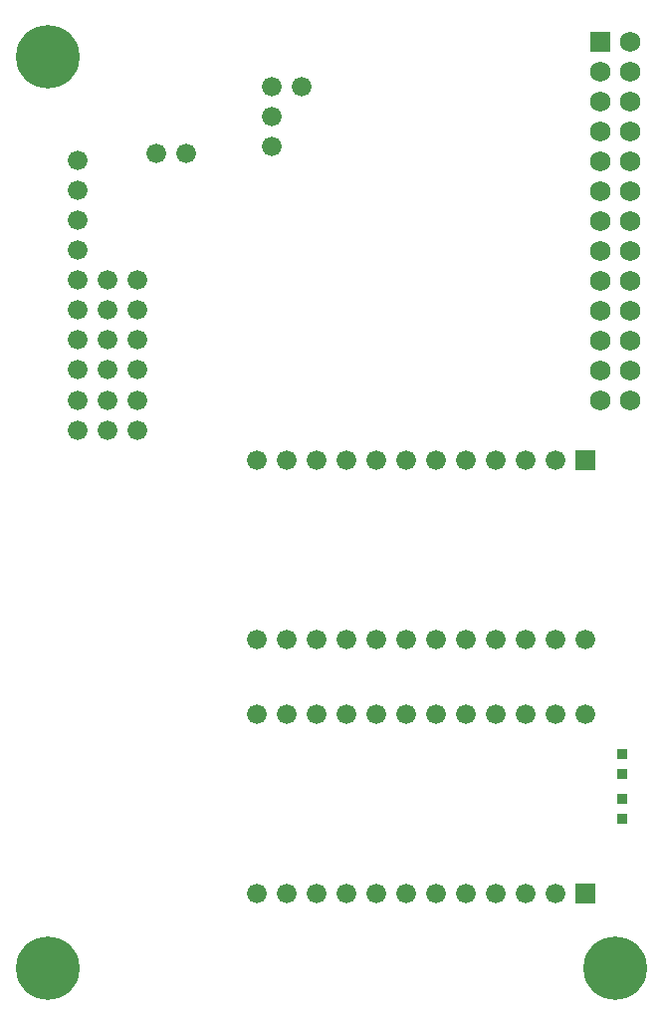
<source format=gts>
%FSLAX34Y34*%
%MOMM*%
G04 EasyPC Gerber Version 18.0.9 Build 3640 *
%ADD12R,0.95240X0.95240*%
%ADD28R,1.67640X1.67640*%
%ADD122R,1.75240X1.75240*%
%ADD27C,1.67640*%
%ADD101C,1.67640*%
%ADD104C,1.75240*%
%ADD117C,5.40240*%
X0Y0D02*
D02*
D12*
X583565Y205105D03*
Y221615D03*
Y243205D03*
Y259715D03*
D02*
D27*
X120015Y535305D03*
Y560705D03*
X145415Y535305D03*
Y560705D03*
X170815Y535305D03*
Y560705D03*
X272415Y141605D03*
Y294005D03*
Y357505D03*
Y509905D03*
X285115Y776605D03*
Y802005D03*
Y827405D03*
X297815Y141605D03*
Y294005D03*
Y357505D03*
Y509905D03*
X310515Y827405D03*
X323215Y141605D03*
Y294005D03*
Y357505D03*
Y509905D03*
X348615Y141605D03*
Y294005D03*
Y357505D03*
Y509905D03*
X374015Y141605D03*
Y294005D03*
Y357505D03*
Y509905D03*
X399415Y141605D03*
Y294005D03*
Y357505D03*
Y509905D03*
X424815Y141605D03*
Y294005D03*
Y357505D03*
Y509905D03*
X450215Y141605D03*
Y294005D03*
Y357505D03*
Y509905D03*
X475615Y141605D03*
Y294005D03*
Y357505D03*
Y509905D03*
X501015Y141605D03*
Y294005D03*
Y357505D03*
Y509905D03*
X526415Y141605D03*
Y294005D03*
Y357505D03*
Y509905D03*
X551815Y294005D03*
Y357505D03*
D02*
D28*
Y141605D03*
Y509905D03*
D02*
D101*
X120015Y586422D03*
Y611822D03*
Y637222D03*
Y662622D03*
Y688022D03*
Y713422D03*
Y738822D03*
Y764222D03*
X145415Y586422D03*
Y611822D03*
Y637222D03*
Y662622D03*
X170815Y586422D03*
Y611822D03*
Y637222D03*
Y662622D03*
X187325Y770255D03*
X212725D03*
D02*
D104*
X564515Y560705D03*
Y586105D03*
Y611505D03*
Y636905D03*
Y662305D03*
Y687705D03*
Y713105D03*
Y738505D03*
Y763905D03*
Y789305D03*
Y814705D03*
Y840105D03*
X589915Y560705D03*
Y586105D03*
Y611505D03*
Y636905D03*
Y662305D03*
Y687705D03*
Y713105D03*
Y738505D03*
Y763905D03*
Y789305D03*
Y814705D03*
Y840105D03*
Y865505D03*
D02*
D117*
X94615Y78105D03*
Y852805D03*
X577215Y78105D03*
D02*
D122*
X564515Y865505D03*
X0Y0D02*
M02*

</source>
